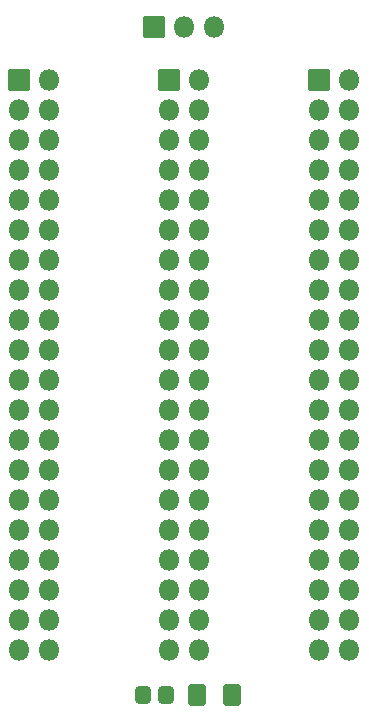
<source format=gbr>
%TF.GenerationSoftware,KiCad,Pcbnew,8.0.1*%
%TF.CreationDate,2024-04-11T20:05:41-05:00*%
%TF.ProjectId,One-to-One LA Adapter,4f6e652d-746f-42d4-9f6e-65204c412041,rev?*%
%TF.SameCoordinates,Original*%
%TF.FileFunction,Soldermask,Top*%
%TF.FilePolarity,Negative*%
%FSLAX46Y46*%
G04 Gerber Fmt 4.6, Leading zero omitted, Abs format (unit mm)*
G04 Created by KiCad (PCBNEW 8.0.1) date 2024-04-11 20:05:41*
%MOMM*%
%LPD*%
G01*
G04 APERTURE LIST*
G04 Aperture macros list*
%AMRoundRect*
0 Rectangle with rounded corners*
0 $1 Rounding radius*
0 $2 $3 $4 $5 $6 $7 $8 $9 X,Y pos of 4 corners*
0 Add a 4 corners polygon primitive as box body*
4,1,4,$2,$3,$4,$5,$6,$7,$8,$9,$2,$3,0*
0 Add four circle primitives for the rounded corners*
1,1,$1+$1,$2,$3*
1,1,$1+$1,$4,$5*
1,1,$1+$1,$6,$7*
1,1,$1+$1,$8,$9*
0 Add four rect primitives between the rounded corners*
20,1,$1+$1,$2,$3,$4,$5,0*
20,1,$1+$1,$4,$5,$6,$7,0*
20,1,$1+$1,$6,$7,$8,$9,0*
20,1,$1+$1,$8,$9,$2,$3,0*%
G04 Aperture macros list end*
%ADD10RoundRect,0.267825X0.495475X0.657975X-0.495475X0.657975X-0.495475X-0.657975X0.495475X-0.657975X0*%
%ADD11RoundRect,0.050800X-0.850000X-0.850000X0.850000X-0.850000X0.850000X0.850000X-0.850000X0.850000X0*%
%ADD12O,1.801600X1.801600*%
%ADD13RoundRect,0.271166X-0.379634X-0.479634X0.379634X-0.479634X0.379634X0.479634X-0.379634X0.479634X0*%
%ADD14RoundRect,0.050800X0.850000X-0.850000X0.850000X0.850000X-0.850000X0.850000X-0.850000X-0.850000X0*%
%ADD15RoundRect,0.050800X0.850000X0.850000X-0.850000X0.850000X-0.850000X-0.850000X0.850000X-0.850000X0*%
G04 APERTURE END LIST*
D10*
%TO.C,D1*%
X155157500Y-118110000D03*
X152182500Y-118110000D03*
%TD*%
D11*
%TO.C,J2*%
X137160000Y-66040000D03*
D12*
X139700000Y-66040000D03*
X137160000Y-68580000D03*
X139700000Y-68580000D03*
X137160000Y-71120000D03*
X139700000Y-71120000D03*
X137160000Y-73660000D03*
X139700000Y-73660000D03*
X137160000Y-76200000D03*
X139700000Y-76200000D03*
X137160000Y-78740000D03*
X139700000Y-78740000D03*
X137160000Y-81280000D03*
X139700000Y-81280000D03*
X137160000Y-83820000D03*
X139700000Y-83820000D03*
X137160000Y-86360000D03*
X139700000Y-86360000D03*
X137160000Y-88900000D03*
X139700000Y-88900000D03*
X137160000Y-91440000D03*
X139700000Y-91440000D03*
X137160000Y-93980000D03*
X139700000Y-93980000D03*
X137160000Y-96520000D03*
X139700000Y-96520000D03*
X137160000Y-99060000D03*
X139700000Y-99060000D03*
X137160000Y-101600000D03*
X139700000Y-101600000D03*
X137160000Y-104140000D03*
X139700000Y-104140000D03*
X137160000Y-106680000D03*
X139700000Y-106680000D03*
X137160000Y-109220000D03*
X139700000Y-109220000D03*
X137160000Y-111760000D03*
X139700000Y-111760000D03*
X137160000Y-114300000D03*
X139700000Y-114300000D03*
%TD*%
D11*
%TO.C,J3*%
X162560000Y-66040000D03*
D12*
X165100000Y-66040000D03*
X162560000Y-68580000D03*
X165100000Y-68580000D03*
X162560000Y-71120000D03*
X165100000Y-71120000D03*
X162560000Y-73660000D03*
X165100000Y-73660000D03*
X162560000Y-76200000D03*
X165100000Y-76200000D03*
X162560000Y-78740000D03*
X165100000Y-78740000D03*
X162560000Y-81280000D03*
X165100000Y-81280000D03*
X162560000Y-83820000D03*
X165100000Y-83820000D03*
X162560000Y-86360000D03*
X165100000Y-86360000D03*
X162560000Y-88900000D03*
X165100000Y-88900000D03*
X162560000Y-91440000D03*
X165100000Y-91440000D03*
X162560000Y-93980000D03*
X165100000Y-93980000D03*
X162560000Y-96520000D03*
X165100000Y-96520000D03*
X162560000Y-99060000D03*
X165100000Y-99060000D03*
X162560000Y-101600000D03*
X165100000Y-101600000D03*
X162560000Y-104140000D03*
X165100000Y-104140000D03*
X162560000Y-106680000D03*
X165100000Y-106680000D03*
X162560000Y-109220000D03*
X165100000Y-109220000D03*
X162560000Y-111760000D03*
X165100000Y-111760000D03*
X162560000Y-114300000D03*
X165100000Y-114300000D03*
%TD*%
D13*
%TO.C,R1*%
X147590000Y-118110000D03*
X149590000Y-118110000D03*
%TD*%
D14*
%TO.C,J4*%
X148590000Y-61595000D03*
D12*
X151130000Y-61595000D03*
X153670000Y-61595000D03*
%TD*%
D15*
%TO.C,J1*%
X149860000Y-66040000D03*
D12*
X152400000Y-66040000D03*
X149860000Y-68580000D03*
X152400000Y-68580000D03*
X149860000Y-71120000D03*
X152400000Y-71120000D03*
X149860000Y-73660000D03*
X152400000Y-73660000D03*
X149860000Y-76200000D03*
X152400000Y-76200000D03*
X149860000Y-78740000D03*
X152400000Y-78740000D03*
X149860000Y-81280000D03*
X152400000Y-81280000D03*
X149860000Y-83820000D03*
X152400000Y-83820000D03*
X149860000Y-86360000D03*
X152400000Y-86360000D03*
X149860000Y-88900000D03*
X152400000Y-88900000D03*
X149860000Y-91440000D03*
X152400000Y-91440000D03*
X149860000Y-93980000D03*
X152400000Y-93980000D03*
X149860000Y-96520000D03*
X152400000Y-96520000D03*
X149860000Y-99060000D03*
X152400000Y-99060000D03*
X149860000Y-101600000D03*
X152400000Y-101600000D03*
X149860000Y-104140000D03*
X152400000Y-104140000D03*
X149860000Y-106680000D03*
X152400000Y-106680000D03*
X149860000Y-109220000D03*
X152400000Y-109220000D03*
X149860000Y-111760000D03*
X152400000Y-111760000D03*
X149860000Y-114300000D03*
X152400000Y-114300000D03*
%TD*%
M02*

</source>
